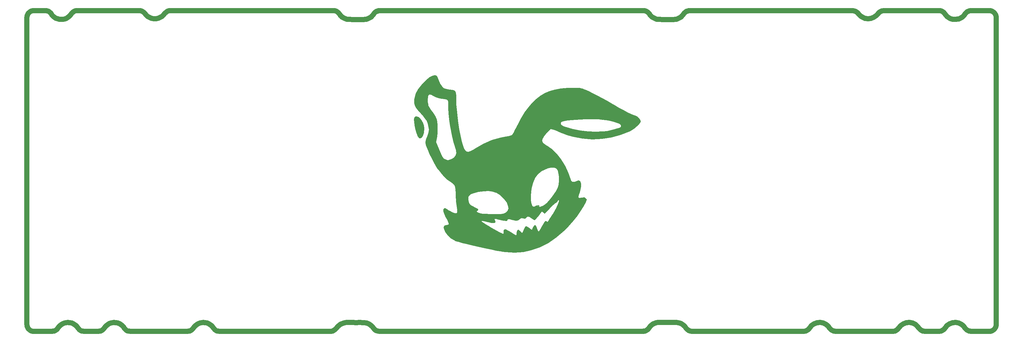
<source format=gbr>
%TF.GenerationSoftware,KiCad,Pcbnew,8.99.0-946-gf00a1ab517*%
%TF.CreationDate,2024-06-06T17:05:11+07:00*%
%TF.ProjectId,Sebas_nuxros,53656261-735f-46e7-9578-726f732e6b69,rev?*%
%TF.SameCoordinates,Original*%
%TF.FileFunction,Legend,Top*%
%TF.FilePolarity,Positive*%
%FSLAX46Y46*%
G04 Gerber Fmt 4.6, Leading zero omitted, Abs format (unit mm)*
G04 Created by KiCad (PCBNEW 8.99.0-946-gf00a1ab517) date 2024-06-06 17:05:11*
%MOMM*%
%LPD*%
G01*
G04 APERTURE LIST*
%ADD10C,1.500000*%
%ADD11C,0.300000*%
%ADD12C,0.000000*%
G04 APERTURE END LIST*
D10*
X197936758Y-118065930D02*
X197936758Y-118065914D01*
X183730492Y-118080001D02*
X183730492Y-118052607D01*
X279889645Y-118080001D02*
X285310006Y-118080001D01*
X266296984Y-118080001D02*
X270577395Y-118080001D01*
X279602214Y-118059241D02*
X279889645Y-118080001D01*
X279320750Y-117997386D02*
X279602214Y-118059241D01*
X278684059Y-117669278D02*
X279320750Y-117997386D01*
X278196508Y-117144562D02*
X278684059Y-117669278D01*
X277736884Y-116561491D02*
X278196508Y-117144562D01*
X277164612Y-116088488D02*
X277736884Y-116561491D01*
X276328937Y-115688580D02*
X277164612Y-116088488D01*
X275419394Y-115512482D02*
X276328937Y-115688580D01*
X274496303Y-115591117D02*
X275419394Y-115512482D01*
X273622926Y-115900134D02*
X274496303Y-115591117D01*
X272866935Y-116435632D02*
X273622926Y-115900134D01*
X272377685Y-116992683D02*
X272866935Y-116435632D01*
X271897789Y-117582206D02*
X272377685Y-116992683D01*
X271146294Y-117997396D02*
X271897789Y-117582206D01*
X270577395Y-118080001D02*
X271146294Y-117997396D01*
X266009553Y-118059241D02*
X266296984Y-118080001D01*
X265728089Y-117997386D02*
X266009553Y-118059241D01*
X265091398Y-117669278D02*
X265728089Y-117997386D01*
X264603847Y-117144562D02*
X265091398Y-117669278D01*
X264144223Y-116561491D02*
X264603847Y-117144562D01*
X263571951Y-116088488D02*
X264144223Y-116561491D01*
X262736276Y-115688580D02*
X263571951Y-116088488D01*
X261826733Y-115512482D02*
X262736276Y-115688580D01*
X260903642Y-115591117D02*
X261826733Y-115512482D01*
X260030265Y-115900134D02*
X260903642Y-115591117D01*
X259274274Y-116435632D02*
X260030265Y-115900134D01*
X258785024Y-116992683D02*
X259274274Y-116435632D01*
X258305128Y-117582206D02*
X258785024Y-116992683D01*
X257553633Y-117997396D02*
X258305128Y-117582206D01*
X256984734Y-118080001D02*
X257553633Y-117997396D01*
X239817053Y-118059241D02*
X240104484Y-118080001D01*
X239535589Y-117997386D02*
X239817053Y-118059241D01*
X238898898Y-117669278D02*
X239535589Y-117997386D01*
X238411347Y-117144562D02*
X238898898Y-117669278D01*
X237951723Y-116561491D02*
X238411347Y-117144562D01*
X237379451Y-116088488D02*
X237951723Y-116561491D01*
X236543776Y-115688580D02*
X237379451Y-116088488D01*
X235634233Y-115512482D02*
X236543776Y-115688580D01*
X234711142Y-115591118D02*
X235634233Y-115512482D01*
X233837765Y-115900134D02*
X234711142Y-115591118D01*
X233081774Y-116435632D02*
X233837765Y-115900134D01*
X232592524Y-116992684D02*
X233081774Y-116435632D01*
X232112628Y-117582206D02*
X232592524Y-116992684D01*
X231361133Y-117997396D02*
X232112628Y-117582206D01*
X230792234Y-118080001D02*
X231361133Y-117997396D01*
X197919300Y-118063506D02*
X197936758Y-118065930D01*
X197491148Y-118011784D02*
X197919300Y-118063506D01*
X196954652Y-117809523D02*
X197491148Y-118011784D01*
X196497845Y-117463021D02*
X196954652Y-117809523D01*
X196226175Y-117128085D02*
X196497845Y-117463021D01*
X195868241Y-116661905D02*
X196226175Y-117128085D01*
X195284832Y-116140753D02*
X195868241Y-116661905D01*
X194781368Y-115837504D02*
X195284832Y-116140753D01*
X194230321Y-115633093D02*
X194781368Y-115837504D01*
X191887180Y-115491084D02*
X193439088Y-115499402D01*
X194230321Y-115633093D01*
X188289808Y-115491048D02*
X189859862Y-115484388D01*
X191434220Y-115496265D01*
X191887180Y-115491084D01*
X187898044Y-115513038D02*
X188289808Y-115491048D01*
X187511203Y-115578739D02*
X187898044Y-115513038D01*
X186599893Y-115932318D02*
X187511203Y-115578739D01*
X185815489Y-116515599D02*
X186599893Y-115932318D01*
X185326819Y-117128067D02*
X185815489Y-116515599D01*
X184954058Y-117565688D02*
X185326819Y-117128067D01*
X184202572Y-117980877D02*
X184954058Y-117565688D01*
X183730492Y-118052607D02*
X184202572Y-117980877D01*
X106092762Y-118090900D02*
X106189571Y-118080001D01*
X105664610Y-118039178D02*
X106092762Y-118090900D01*
X105128114Y-117836917D02*
X105664610Y-118039178D01*
X104671307Y-117490415D02*
X105128114Y-117836917D01*
X104399637Y-117155479D02*
X104671307Y-117490415D01*
X104041703Y-116689299D02*
X104399637Y-117155479D01*
X103458294Y-116168147D02*
X104041703Y-116689299D01*
X102954830Y-115864898D02*
X103458294Y-116168147D01*
X102403783Y-115660487D02*
X102954830Y-115864898D01*
X100060642Y-115518479D02*
X101612550Y-115526800D01*
X102403783Y-115660487D01*
X96463270Y-115518442D02*
X98033324Y-115511781D01*
X99607682Y-115523659D01*
X100060642Y-115518479D01*
X96071506Y-115540432D02*
X96463270Y-115518442D01*
X95684665Y-115606133D02*
X96071506Y-115540432D01*
X94773355Y-115959712D02*
X95684665Y-115606133D01*
X93988951Y-116542993D02*
X94773355Y-115959712D01*
X93500281Y-117155461D02*
X93988951Y-116542993D01*
X93127520Y-117593082D02*
X93500281Y-117155461D01*
X92376034Y-118008271D02*
X93127520Y-117593082D01*
X91903954Y-118080001D02*
X92376034Y-118008271D01*
X279711313Y-23893079D02*
X279892370Y-23880001D01*
X279323235Y-23962670D02*
X279711313Y-23893079D01*
X278801159Y-24203886D02*
X279323235Y-23962670D01*
X278470414Y-24480946D02*
X278801159Y-24203886D01*
X278198782Y-24816160D02*
X278470414Y-24480946D01*
X277905145Y-25195340D02*
X278198782Y-24816160D01*
X277667791Y-25465783D02*
X277905145Y-25195340D01*
X277373212Y-25737016D02*
X277667791Y-25465783D01*
X276846221Y-26061523D02*
X277373212Y-25737016D01*
X276265745Y-26294752D02*
X276846221Y-26061523D01*
X275912648Y-26363534D02*
X276265745Y-26294752D01*
X275605856Y-26429764D02*
X275912648Y-26363534D01*
X275151680Y-26429764D02*
X275605856Y-26429764D01*
X274864148Y-26429764D02*
X275151680Y-26429764D01*
X274528888Y-26370794D02*
X274864148Y-26429764D01*
X274256406Y-26311971D02*
X274528888Y-26370794D01*
X273962565Y-26214945D02*
X274256406Y-26311971D01*
X273623782Y-26061522D02*
X273962565Y-26214945D01*
X273303191Y-25873018D02*
X273623782Y-26061522D01*
X273064070Y-25695779D02*
X273303191Y-25873018D01*
X272867614Y-25525605D02*
X273064070Y-25695779D01*
X272688657Y-25338177D02*
X272867614Y-25525605D01*
X272420340Y-25032455D02*
X272688657Y-25338177D01*
X272328597Y-24902309D02*
X272420340Y-25032455D01*
X272185943Y-24699941D02*
X272328597Y-24902309D01*
X271999566Y-24480971D02*
X272185943Y-24699941D01*
X271668821Y-24203921D02*
X271999566Y-24480971D01*
X271416504Y-24064449D02*
X271668821Y-24203921D01*
X271146756Y-23962702D02*
X271416504Y-24064449D01*
X270865182Y-23900793D02*
X271146756Y-23962702D01*
X270577633Y-23880001D02*
X270865182Y-23900793D01*
X253718178Y-23955920D02*
X254263996Y-23880001D01*
X253213799Y-24177916D02*
X253718178Y-23955920D01*
X252889236Y-24433982D02*
X253213799Y-24177916D01*
X252502260Y-24894076D02*
X252889236Y-24433982D01*
X252127095Y-25314333D02*
X252502260Y-24894076D01*
X251360492Y-25853271D02*
X252127095Y-25314333D01*
X250481739Y-26178732D02*
X251360492Y-25853271D01*
X249735059Y-26259307D02*
X250481739Y-26178732D01*
X248807103Y-26128809D02*
X249735059Y-26259307D01*
X248109626Y-25853270D02*
X248807103Y-26128809D01*
X247486988Y-25435278D02*
X248109626Y-25853270D01*
X246967857Y-24894076D02*
X247486988Y-25435278D01*
X246580875Y-24433992D02*
X246967857Y-24894076D01*
X246368550Y-24258387D02*
X246580875Y-24433992D01*
X245881870Y-24002711D02*
X246368550Y-24258387D01*
X245206122Y-23880001D02*
X245881870Y-24002711D01*
X184013603Y-23900756D02*
X183725975Y-23880001D01*
X184565064Y-24064496D02*
X184013603Y-23900756D01*
X184817430Y-24204044D02*
X184565064Y-24064496D01*
X184932267Y-24291240D02*
X184817430Y-24204044D01*
X185148205Y-24481240D02*
X184932267Y-24291240D01*
X185337395Y-24700322D02*
X185148205Y-24481240D01*
X185419839Y-24816599D02*
X185337395Y-24700322D01*
X185533391Y-24976750D02*
X185419839Y-24816599D01*
X185646944Y-25136901D02*
X185533391Y-24976750D01*
X185777714Y-25283331D02*
X185646944Y-25136901D01*
X185908484Y-25429761D02*
X185777714Y-25283331D01*
X186054832Y-25560622D02*
X185908484Y-25429761D01*
X186201180Y-25691483D02*
X186054832Y-25560622D01*
X186382404Y-25820135D02*
X186201180Y-25691483D01*
X186521350Y-25918773D02*
X186382404Y-25820135D01*
X186693157Y-26013772D02*
X186521350Y-25918773D01*
X186864964Y-26108771D02*
X186693157Y-26013772D01*
X187046330Y-26183928D02*
X186864964Y-26108771D01*
X187274281Y-26265328D02*
X187046330Y-26183928D01*
X187442091Y-26313694D02*
X187274281Y-26265328D01*
X187665742Y-26378153D02*
X187442091Y-26313694D01*
X187798529Y-26400723D02*
X187665742Y-26378153D01*
X187854861Y-26410298D02*
X187798529Y-26400723D01*
X187992076Y-26433621D02*
X187854861Y-26410298D01*
X188188089Y-26444633D02*
X187992076Y-26433621D01*
X192584102Y-26455645D02*
X191074263Y-26481976D01*
X189563525Y-26470990D01*
X188188089Y-26444633D01*
X192976127Y-26433629D02*
X192584102Y-26455645D01*
X193363218Y-26367825D02*
X192976127Y-26433629D01*
X193551860Y-26313452D02*
X193363218Y-26367825D01*
X193740503Y-26259080D02*
X193551860Y-26313452D01*
X193921869Y-26183922D02*
X193740503Y-26259080D01*
X194103235Y-26108763D02*
X193921869Y-26183922D01*
X194275042Y-26013763D02*
X194103235Y-26108763D01*
X194446848Y-25918764D02*
X194275042Y-26013763D01*
X194606934Y-25805120D02*
X194446848Y-25918764D01*
X194767019Y-25691476D02*
X194606934Y-25805120D01*
X195059719Y-25429758D02*
X194767019Y-25691476D01*
X195321265Y-25136904D02*
X195059719Y-25429758D01*
X195548364Y-24816599D02*
X195321265Y-25136904D01*
X195718916Y-24584067D02*
X195548364Y-24816599D01*
X195921124Y-24378469D02*
X195718916Y-24584067D01*
X196150797Y-24204086D02*
X195921124Y-24378469D01*
X196276978Y-24134315D02*
X196150797Y-24204086D01*
X196403159Y-24064544D02*
X196276978Y-24134315D01*
X196538062Y-24013643D02*
X196403159Y-24064544D01*
X196813786Y-23931771D02*
X196538062Y-24013643D01*
X196954606Y-23900799D02*
X196813786Y-23931771D01*
X197242228Y-23880001D02*
X196954606Y-23900799D01*
X92971656Y-23900756D02*
X92684028Y-23880001D01*
X93523117Y-24064496D02*
X92971656Y-23900756D01*
X93775483Y-24204044D02*
X93523117Y-24064496D01*
X93890320Y-24291239D02*
X93775483Y-24204044D01*
X94106258Y-24481240D02*
X93890320Y-24291239D01*
X94295448Y-24700322D02*
X94106258Y-24481240D01*
X94377892Y-24816599D02*
X94295448Y-24700322D01*
X94491445Y-24976750D02*
X94377892Y-24816599D01*
X94604997Y-25136901D02*
X94491445Y-24976750D01*
X94735767Y-25283331D02*
X94604997Y-25136901D01*
X94866537Y-25429761D02*
X94735767Y-25283331D01*
X95012885Y-25560622D02*
X94866537Y-25429761D01*
X95159233Y-25691483D02*
X95012885Y-25560622D01*
X95340457Y-25820135D02*
X95159233Y-25691483D01*
X95479403Y-25918773D02*
X95340457Y-25820135D01*
X95651210Y-26013772D02*
X95479403Y-25918773D01*
X95823017Y-26108771D02*
X95651210Y-26013772D01*
X96004383Y-26183928D02*
X95823017Y-26108771D01*
X96232335Y-26265328D02*
X96004383Y-26183928D01*
X96400144Y-26313694D02*
X96232335Y-26265328D01*
X96623795Y-26378153D02*
X96400144Y-26313694D01*
X96756583Y-26400723D02*
X96623795Y-26378153D01*
X96812915Y-26410298D02*
X96756583Y-26400723D01*
X96950129Y-26433621D02*
X96812915Y-26410298D01*
X97146142Y-26444633D02*
X96950129Y-26433621D01*
X101542155Y-26455645D02*
X100032317Y-26481976D01*
X98521578Y-26470990D01*
X97146142Y-26444633D01*
X101934180Y-26433629D02*
X101542155Y-26455645D01*
X102321271Y-26367825D02*
X101934180Y-26433629D01*
X102509914Y-26313452D02*
X102321271Y-26367825D01*
X102698556Y-26259080D02*
X102509914Y-26313452D01*
X102879922Y-26183922D02*
X102698556Y-26259080D01*
X103061288Y-26108763D02*
X102879922Y-26183922D01*
X103233095Y-26013763D02*
X103061288Y-26108763D01*
X103404901Y-25918764D02*
X103233095Y-26013763D01*
X103564987Y-25805120D02*
X103404901Y-25918764D01*
X103725072Y-25691476D02*
X103564987Y-25805120D01*
X104017772Y-25429758D02*
X103725072Y-25691476D01*
X104279318Y-25136904D02*
X104017772Y-25429758D01*
X104506417Y-24816599D02*
X104279318Y-25136904D01*
X104676969Y-24584067D02*
X104506417Y-24816599D01*
X104879177Y-24378469D02*
X104676969Y-24584067D01*
X105108850Y-24204086D02*
X104879177Y-24378469D01*
X105235031Y-24134315D02*
X105108850Y-24204086D01*
X105361212Y-24064544D02*
X105235031Y-24134315D01*
X105496115Y-24013643D02*
X105361212Y-24064544D01*
X105771839Y-23931771D02*
X105496115Y-24013643D01*
X105912659Y-23900799D02*
X105771839Y-23931771D01*
X106200281Y-23880001D02*
X105912659Y-23900799D01*
X8340272Y-23900775D02*
X8030118Y-23880001D01*
X8621735Y-23962628D02*
X8340272Y-23900775D01*
X8891387Y-24064289D02*
X8621735Y-23962628D01*
X9143629Y-24203648D02*
X8891387Y-24064289D01*
X9373225Y-24377811D02*
X9143629Y-24203648D01*
X9575407Y-24583163D02*
X9373225Y-24377811D01*
X9745978Y-24815440D02*
X9575407Y-24583163D01*
X9960285Y-25119198D02*
X9745978Y-24815440D01*
X10342381Y-25524370D02*
X9960285Y-25119198D01*
X10702133Y-25794780D02*
X10342381Y-25524370D01*
X11043406Y-26047590D02*
X10702133Y-25794780D01*
X11613549Y-26271422D02*
X11043406Y-26047590D01*
X12153442Y-26408091D02*
X11613549Y-26271422D01*
X12455540Y-26420488D02*
X12153442Y-26408091D01*
X12708966Y-26447520D02*
X12455540Y-26420488D01*
X13264491Y-26408091D02*
X12708966Y-26447520D01*
X13670934Y-26315466D02*
X13264491Y-26408091D01*
X14150226Y-26136516D02*
X13670934Y-26315466D01*
X14432633Y-25965691D02*
X14150226Y-26136516D01*
X14789415Y-25760872D02*
X14432633Y-25965691D01*
X15212330Y-25398511D02*
X14789415Y-25760872D01*
X15564801Y-24967319D02*
X15212330Y-25398511D01*
X15811763Y-24660046D02*
X15564801Y-24967319D01*
X15943624Y-24480493D02*
X15811763Y-24660046D01*
X16400431Y-24133976D02*
X15943624Y-24480493D01*
X16735208Y-23976035D02*
X16400431Y-24133976D01*
X17077662Y-23900771D02*
X16735208Y-23976035D01*
X17342367Y-23880001D02*
X17077662Y-23900771D01*
X19032555Y-118059227D02*
X19342709Y-118080001D01*
X18751092Y-117997374D02*
X19032555Y-118059227D01*
X18481440Y-117895713D02*
X18751092Y-117997374D01*
X18229198Y-117756354D02*
X18481440Y-117895713D01*
X17999602Y-117582191D02*
X18229198Y-117756354D01*
X17797420Y-117376839D02*
X17999602Y-117582191D01*
X17626849Y-117144562D02*
X17797420Y-117376839D01*
X17412542Y-116840804D02*
X17626849Y-117144562D01*
X17030446Y-116435632D02*
X17412542Y-116840804D01*
X16670694Y-116165222D02*
X17030446Y-116435632D01*
X16329421Y-115912412D02*
X16670694Y-116165222D01*
X15759278Y-115688580D02*
X16329421Y-115912412D01*
X15219385Y-115551911D02*
X15759278Y-115688580D01*
X14917287Y-115539514D02*
X15219385Y-115551911D01*
X14663861Y-115512482D02*
X14917287Y-115539514D01*
X14108336Y-115551911D02*
X14663861Y-115512482D01*
X13701893Y-115644536D02*
X14108336Y-115551911D01*
X13222601Y-115823486D02*
X13701893Y-115644536D01*
X12940194Y-115994311D02*
X13222601Y-115823486D01*
X12583412Y-116199130D02*
X12940194Y-115994311D01*
X12160497Y-116561491D02*
X12583412Y-116199130D01*
X11808026Y-116992683D02*
X12160497Y-116561491D01*
X11561064Y-117299956D02*
X11808026Y-116992683D01*
X11429203Y-117479508D02*
X11561064Y-117299956D01*
X10972396Y-117826026D02*
X11429203Y-117479508D01*
X10637619Y-117983967D02*
X10972396Y-117826026D01*
X10295165Y-118059231D02*
X10637619Y-117983967D01*
X10030460Y-118080001D02*
X10295165Y-118059231D01*
X32625149Y-118059227D02*
X32935303Y-118080001D01*
X32343686Y-117997374D02*
X32625149Y-118059227D01*
X32074034Y-117895713D02*
X32343686Y-117997374D01*
X31821792Y-117756354D02*
X32074034Y-117895713D01*
X31592196Y-117582191D02*
X31821792Y-117756354D01*
X31390014Y-117376839D02*
X31592196Y-117582191D01*
X31219443Y-117144562D02*
X31390014Y-117376839D01*
X31005136Y-116840804D02*
X31219443Y-117144562D01*
X30623040Y-116435631D02*
X31005136Y-116840804D01*
X30263288Y-116165222D02*
X30623040Y-116435631D01*
X29922015Y-115912412D02*
X30263288Y-116165222D01*
X29351872Y-115688580D02*
X29922015Y-115912412D01*
X28811979Y-115551911D02*
X29351872Y-115688580D01*
X28509881Y-115539514D02*
X28811979Y-115551911D01*
X28256455Y-115512482D02*
X28509881Y-115539514D01*
X27700930Y-115551911D02*
X28256455Y-115512482D01*
X27294487Y-115644536D02*
X27700930Y-115551911D01*
X26815195Y-115823486D02*
X27294487Y-115644536D01*
X26532788Y-115994311D02*
X26815195Y-115823486D01*
X26176006Y-116199130D02*
X26532788Y-115994311D01*
X25753091Y-116561491D02*
X26176006Y-116199130D01*
X25400620Y-116992683D02*
X25753091Y-116561491D01*
X25153658Y-117299956D02*
X25400620Y-116992683D01*
X25021797Y-117479508D02*
X25153658Y-117299956D01*
X24564990Y-117826026D02*
X25021797Y-117479508D01*
X24230213Y-117983967D02*
X24564990Y-117826026D01*
X23887759Y-118059231D02*
X24230213Y-117983967D01*
X23623054Y-118080001D02*
X23887759Y-118059231D01*
X58817649Y-118059227D02*
X59127803Y-118080001D01*
X58536186Y-117997374D02*
X58817649Y-118059227D01*
X58266534Y-117895713D02*
X58536186Y-117997374D01*
X58014292Y-117756354D02*
X58266534Y-117895713D01*
X57784696Y-117582191D02*
X58014292Y-117756354D01*
X57582514Y-117376839D02*
X57784696Y-117582191D01*
X57411943Y-117144562D02*
X57582514Y-117376839D01*
X57197636Y-116840804D02*
X57411943Y-117144562D01*
X56815540Y-116435632D02*
X57197636Y-116840804D01*
X56455788Y-116165222D02*
X56815540Y-116435632D01*
X56114515Y-115912412D02*
X56455788Y-116165222D01*
X55544372Y-115688580D02*
X56114515Y-115912412D01*
X55004479Y-115551911D02*
X55544372Y-115688580D01*
X54702381Y-115539514D02*
X55004479Y-115551911D01*
X54448955Y-115512482D02*
X54702381Y-115539514D01*
X53893430Y-115551911D02*
X54448955Y-115512482D01*
X53486987Y-115644536D02*
X53893430Y-115551911D01*
X53007695Y-115823486D02*
X53486987Y-115644536D01*
X52725288Y-115994311D02*
X53007695Y-115823486D01*
X52368506Y-116199130D02*
X52725288Y-115994311D01*
X51945591Y-116561491D02*
X52368506Y-116199130D01*
X51593120Y-116992683D02*
X51945591Y-116561491D01*
X51346158Y-117299956D02*
X51593120Y-116992683D01*
X51214297Y-117479509D02*
X51346158Y-117299956D01*
X50757490Y-117826027D02*
X51214297Y-117479509D01*
X50422713Y-117983967D02*
X50757490Y-117826027D01*
X50080259Y-118059231D02*
X50422713Y-117983967D01*
X49815554Y-118080001D02*
X50080259Y-118059231D01*
X17342367Y-23880001D02*
X28247000Y-23880001D01*
X28247000Y-23880001D02*
X35655699Y-23880001D01*
X35655699Y-23880001D02*
X35931236Y-23899063D01*
X35931236Y-23899063D02*
X36201517Y-23955913D01*
X36201517Y-23955913D02*
X36461389Y-24049458D01*
X36461389Y-24049458D02*
X36705896Y-24177913D01*
X36705896Y-24177913D02*
X36930374Y-24338828D01*
X36930374Y-24338828D02*
X37130543Y-24529134D01*
X37130543Y-24529134D02*
X37302585Y-24745203D01*
X37302585Y-24745203D02*
X37532283Y-25042949D01*
X37532283Y-25042949D02*
X37792600Y-25314333D01*
X37792600Y-25314333D02*
X38080530Y-25556222D01*
X38080530Y-25556222D02*
X38392750Y-25765823D01*
X38392750Y-25765823D02*
X38725655Y-25940717D01*
X38725655Y-25940717D02*
X39075403Y-26078885D01*
X39075403Y-26078885D02*
X39437956Y-26178732D01*
X39437956Y-26178732D02*
X39809128Y-26239105D01*
X39809128Y-26239105D02*
X40184636Y-26259307D01*
X40184636Y-26259307D02*
X40560143Y-26239105D01*
X40560143Y-26239105D02*
X40931316Y-26178732D01*
X40931316Y-26178732D02*
X41293869Y-26078885D01*
X41293869Y-26078885D02*
X41643617Y-25940718D01*
X41643617Y-25940718D02*
X41976522Y-25765824D01*
X41976522Y-25765824D02*
X42288742Y-25556222D01*
X42288742Y-25556222D02*
X42576672Y-25314333D01*
X42576672Y-25314333D02*
X42836988Y-25042949D01*
X42836988Y-25042949D02*
X43066686Y-24745203D01*
X43066686Y-24745203D02*
X43238710Y-24529119D01*
X43238710Y-24529119D02*
X43438880Y-24338811D01*
X43438880Y-24338811D02*
X43663361Y-24177896D01*
X43663361Y-24177896D02*
X43907872Y-24049444D01*
X43907872Y-24049444D02*
X44167748Y-23955904D01*
X44167748Y-23955904D02*
X44438034Y-23899062D01*
X44438034Y-23899062D02*
X44713573Y-23880001D01*
X44713573Y-23880001D02*
X81228744Y-23880001D01*
X81228744Y-23880001D02*
X92684028Y-23880001D01*
X106200281Y-23880001D02*
X147760000Y-23880001D01*
X147760000Y-23880001D02*
X183725975Y-23880001D01*
X197242228Y-23880001D02*
X214578744Y-23880001D01*
X214578744Y-23880001D02*
X245206122Y-23880001D01*
X254263996Y-23880001D02*
X269347494Y-23880001D01*
X269347494Y-23880001D02*
X270577633Y-23880001D01*
X279892370Y-23880001D02*
X285310006Y-23880001D01*
X285310006Y-23880001D02*
X285594637Y-23900337D01*
X285594637Y-23900337D02*
X285873474Y-23960997D01*
X285873474Y-23960997D02*
X286140839Y-24060721D01*
X286140839Y-24060721D02*
X286391291Y-24197480D01*
X286391291Y-24197480D02*
X286619731Y-24368490D01*
X286619731Y-24368490D02*
X286821509Y-24570270D01*
X286821509Y-24570270D02*
X286992516Y-24798712D01*
X286992516Y-24798712D02*
X287129273Y-25049166D01*
X287129273Y-25049166D02*
X287228994Y-25316533D01*
X287228994Y-25316533D02*
X287289650Y-25595370D01*
X287289650Y-25595370D02*
X287310006Y-25880001D01*
X287310006Y-25880001D02*
X287310006Y-116080001D01*
X287310006Y-116080001D02*
X287289641Y-116364630D01*
X287289641Y-116364630D02*
X287228984Y-116643464D01*
X287228984Y-116643464D02*
X287129262Y-116910828D01*
X287129262Y-116910828D02*
X286992505Y-117161279D01*
X286992505Y-117161279D02*
X286821498Y-117389718D01*
X286821498Y-117389718D02*
X286619721Y-117591495D01*
X286619721Y-117591495D02*
X286391283Y-117762503D01*
X286391283Y-117762503D02*
X286140832Y-117899261D01*
X286140832Y-117899261D02*
X285873469Y-117998984D01*
X285873469Y-117998984D02*
X285594635Y-118059642D01*
X285594635Y-118059642D02*
X285310006Y-118080001D01*
X256984734Y-118080001D02*
X254916251Y-118080001D01*
X254916251Y-118080001D02*
X240104484Y-118080001D01*
X230792234Y-118080001D02*
X216784998Y-118080001D01*
X216784998Y-118080001D02*
X197936758Y-118065914D01*
X183730492Y-118080001D02*
X147760006Y-118080001D01*
X147760006Y-118080001D02*
X106189571Y-118080001D01*
X91903954Y-118080001D02*
X78735003Y-118080001D01*
X78735003Y-118080001D02*
X59127803Y-118080001D01*
X49815554Y-118080001D02*
X35765751Y-118080001D01*
X35765751Y-118080001D02*
X32935303Y-118080001D01*
X23623054Y-118080001D02*
X19342709Y-118080001D01*
X10030460Y-118080001D02*
X4609994Y-118080001D01*
X4609994Y-118080001D02*
X4325365Y-118059633D01*
X4325365Y-118059633D02*
X4046530Y-117998977D01*
X4046530Y-117998977D02*
X3779166Y-117899256D01*
X3779166Y-117899256D02*
X3528715Y-117762500D01*
X3528715Y-117762500D02*
X3300275Y-117591493D01*
X3300275Y-117591493D02*
X3098498Y-117389717D01*
X3098498Y-117389717D02*
X2927490Y-117161278D01*
X2927490Y-117161278D02*
X2790732Y-116910828D01*
X2790732Y-116910828D02*
X2691010Y-116643464D01*
X2691010Y-116643464D02*
X2630352Y-116364630D01*
X2630352Y-116364630D02*
X2609994Y-116080001D01*
X2609994Y-116080001D02*
X2609994Y-25880001D01*
X2609994Y-25880001D02*
X2630355Y-25595371D01*
X2630355Y-25595371D02*
X2691011Y-25316536D01*
X2691011Y-25316536D02*
X2790732Y-25049171D01*
X2790732Y-25049171D02*
X2927489Y-24798719D01*
X2927489Y-24798719D02*
X3098496Y-24570279D01*
X3098496Y-24570279D02*
X3300273Y-24368501D01*
X3300273Y-24368501D02*
X3528713Y-24197493D01*
X3528713Y-24197493D02*
X3779164Y-24060736D01*
X3779164Y-24060736D02*
X4046529Y-23961014D01*
X4046529Y-23961014D02*
X4325364Y-23900358D01*
X4325364Y-23900358D02*
X4609994Y-23880001D01*
X4609994Y-23880001D02*
X8030118Y-23880001D01*
D11*
X146568572Y-68679757D02*
X146425715Y-68608328D01*
X146425715Y-68608328D02*
X146211429Y-68608328D01*
X146211429Y-68608328D02*
X145997143Y-68679757D01*
X145997143Y-68679757D02*
X145854286Y-68822614D01*
X145854286Y-68822614D02*
X145782857Y-68965471D01*
X145782857Y-68965471D02*
X145711429Y-69251185D01*
X145711429Y-69251185D02*
X145711429Y-69465471D01*
X145711429Y-69465471D02*
X145782857Y-69751185D01*
X145782857Y-69751185D02*
X145854286Y-69894042D01*
X145854286Y-69894042D02*
X145997143Y-70036900D01*
X145997143Y-70036900D02*
X146211429Y-70108328D01*
X146211429Y-70108328D02*
X146354286Y-70108328D01*
X146354286Y-70108328D02*
X146568572Y-70036900D01*
X146568572Y-70036900D02*
X146640000Y-69965471D01*
X146640000Y-69965471D02*
X146640000Y-69465471D01*
X146640000Y-69465471D02*
X146354286Y-69465471D01*
X147497143Y-68608328D02*
X147497143Y-68965471D01*
X147140000Y-68822614D02*
X147497143Y-68965471D01*
X147497143Y-68965471D02*
X147854286Y-68822614D01*
X147282857Y-69251185D02*
X147497143Y-68965471D01*
X147497143Y-68965471D02*
X147711429Y-69251185D01*
X148640000Y-68608328D02*
X148640000Y-68965471D01*
X148282857Y-68822614D02*
X148640000Y-68965471D01*
X148640000Y-68965471D02*
X148997143Y-68822614D01*
X148425714Y-69251185D02*
X148640000Y-68965471D01*
X148640000Y-68965471D02*
X148854286Y-69251185D01*
X149782857Y-68608328D02*
X149782857Y-68965471D01*
X149425714Y-68822614D02*
X149782857Y-68965471D01*
X149782857Y-68965471D02*
X150140000Y-68822614D01*
X149568571Y-69251185D02*
X149782857Y-68965471D01*
X149782857Y-68965471D02*
X149997143Y-69251185D01*
D12*
%TO.C,G\u002A\u002A\u002A*%
G36*
X117650335Y-55145113D02*
G01*
X118135186Y-55573947D01*
X118587638Y-56163280D01*
X118969077Y-56869834D01*
X119240891Y-57650327D01*
X119364465Y-58461480D01*
X119367928Y-58595035D01*
X119266322Y-59641582D01*
X118969528Y-60559584D01*
X118614336Y-61126154D01*
X118229069Y-61407401D01*
X117835616Y-61335328D01*
X117622728Y-61162528D01*
X117381403Y-60778118D01*
X117129960Y-60139156D01*
X116884947Y-59324795D01*
X116662914Y-58414191D01*
X116480408Y-57486495D01*
X116353978Y-56620863D01*
X116300174Y-55896448D01*
X116335544Y-55392405D01*
X116387515Y-55254409D01*
X116737886Y-54942064D01*
X117171697Y-54920059D01*
X117650335Y-55145113D01*
G37*
G36*
X122879801Y-42938153D02*
G01*
X123057140Y-43097482D01*
X123257359Y-43448537D01*
X123465244Y-43990316D01*
X123555028Y-44296433D01*
X123954674Y-45317294D01*
X124552211Y-46169581D01*
X125110901Y-46651590D01*
X125566414Y-46838279D01*
X126256689Y-46988994D01*
X126857541Y-47061547D01*
X127654906Y-47150098D01*
X128183262Y-47303583D01*
X128497516Y-47586903D01*
X128652571Y-48064963D01*
X128703335Y-48802664D01*
X128706783Y-49247498D01*
X128770513Y-51393435D01*
X128952231Y-53756141D01*
X129237731Y-56222654D01*
X129612805Y-58680012D01*
X130063245Y-61015252D01*
X130335262Y-62195676D01*
X130669839Y-63445302D01*
X130997947Y-64362026D01*
X131356149Y-64965576D01*
X131781007Y-65275678D01*
X132309084Y-65312060D01*
X132976941Y-65094448D01*
X133821141Y-64642571D01*
X134311298Y-64340949D01*
X136727100Y-62979471D01*
X139167825Y-61924720D01*
X141595038Y-61191634D01*
X143197784Y-60887399D01*
X143918437Y-60761428D01*
X144541664Y-60611620D01*
X144950064Y-60466998D01*
X144991180Y-60444083D01*
X145212229Y-60194574D01*
X145542751Y-59679085D01*
X145948359Y-58956445D01*
X146394664Y-58085487D01*
X146517677Y-57832543D01*
X146853045Y-57185380D01*
X159464822Y-57185380D01*
X159550546Y-57405983D01*
X159778882Y-57602449D01*
X160213941Y-57812875D01*
X160919835Y-58075357D01*
X161022672Y-58111085D01*
X163017558Y-58685173D01*
X165194226Y-59108039D01*
X167449154Y-59370046D01*
X169678820Y-59461557D01*
X171779703Y-59372935D01*
X172971534Y-59223405D01*
X174060547Y-59019849D01*
X175066441Y-58785389D01*
X175930243Y-58537976D01*
X176592978Y-58295562D01*
X176995673Y-58076097D01*
X177085109Y-57971254D01*
X177117402Y-57571674D01*
X177085288Y-57443057D01*
X176848301Y-57232429D01*
X176324875Y-56988546D01*
X175580036Y-56729814D01*
X174678812Y-56474643D01*
X173686233Y-56241437D01*
X172667325Y-56048605D01*
X171687118Y-55914554D01*
X171684465Y-55914275D01*
X170586331Y-55829040D01*
X169335446Y-55781846D01*
X167982617Y-55769831D01*
X166578648Y-55790132D01*
X165174345Y-55839886D01*
X163820513Y-55916231D01*
X162567959Y-56016302D01*
X161467487Y-56137237D01*
X160569903Y-56276174D01*
X159926012Y-56430249D01*
X159587242Y-56595975D01*
X159466111Y-56901881D01*
X159464822Y-57185380D01*
X146853045Y-57185380D01*
X147694186Y-55562220D01*
X148888927Y-53614346D01*
X150123304Y-51956142D01*
X150987749Y-50986114D01*
X152237277Y-49783937D01*
X153475261Y-48810999D01*
X154758299Y-48044824D01*
X156142985Y-47462939D01*
X157685918Y-47042869D01*
X159443694Y-46762139D01*
X161472910Y-46598277D01*
X162109256Y-46569825D01*
X163188477Y-46532963D01*
X163992038Y-46521057D01*
X164599006Y-46539909D01*
X165088449Y-46595320D01*
X165539434Y-46693090D01*
X166031029Y-46839020D01*
X166105760Y-46863030D01*
X166798715Y-47130189D01*
X167745627Y-47559697D01*
X168898624Y-48126561D01*
X170209836Y-48805783D01*
X171631392Y-49572367D01*
X173115419Y-50401318D01*
X174614048Y-51267641D01*
X175155035Y-51588101D01*
X176508287Y-52373509D01*
X177823631Y-53096263D01*
X179044077Y-53727450D01*
X180112637Y-54238158D01*
X180972322Y-54599474D01*
X181337396Y-54724623D01*
X181985880Y-55046368D01*
X182512164Y-55539566D01*
X182828654Y-56107711D01*
X182881608Y-56425981D01*
X182735739Y-56838374D01*
X182339732Y-57362375D01*
X181755988Y-57940716D01*
X181046906Y-58516131D01*
X180274887Y-59031353D01*
X179713086Y-59333851D01*
X177111354Y-60383955D01*
X174375140Y-61127163D01*
X171553804Y-61560550D01*
X168696707Y-61681194D01*
X165853207Y-61486174D01*
X163072666Y-60972567D01*
X161211678Y-60429226D01*
X160391302Y-60128092D01*
X159437138Y-59744200D01*
X158533805Y-59352318D01*
X158393411Y-59287888D01*
X157524648Y-58919653D01*
X156879194Y-58720454D01*
X156511202Y-58698082D01*
X156128291Y-58922104D01*
X155629511Y-59401143D01*
X155067067Y-60077248D01*
X154493164Y-60892467D01*
X154392053Y-61050492D01*
X154056179Y-61666711D01*
X153949942Y-62153082D01*
X154097901Y-62572991D01*
X154524615Y-62989824D01*
X155254643Y-63466968D01*
X155350140Y-63523292D01*
X156905575Y-64606482D01*
X158293358Y-65946876D01*
X159455617Y-67434668D01*
X160065144Y-68398610D01*
X160700575Y-69544926D01*
X161306891Y-70761888D01*
X161829073Y-71937763D01*
X162212101Y-72960821D01*
X162272379Y-73154798D01*
X162461980Y-73723053D01*
X162643888Y-74030607D01*
X162883431Y-74164418D01*
X163053322Y-74194304D01*
X163568115Y-74138722D01*
X163993036Y-73957220D01*
X164531381Y-73728824D01*
X164948392Y-73802096D01*
X165236555Y-74142190D01*
X165388357Y-74714255D01*
X165396282Y-75483444D01*
X165252817Y-76414908D01*
X164950449Y-77473799D01*
X164825315Y-77817155D01*
X164635475Y-78436411D01*
X164667071Y-78791594D01*
X164946435Y-78915503D01*
X165499896Y-78840935D01*
X165623091Y-78810892D01*
X166126272Y-78707046D01*
X166438067Y-78739141D01*
X166703751Y-78929715D01*
X166763081Y-78987774D01*
X166981540Y-79227701D01*
X167044584Y-79438630D01*
X166955639Y-79749208D01*
X166793237Y-80120495D01*
X166135008Y-81387888D01*
X165246944Y-82802184D01*
X164181374Y-84294453D01*
X162990623Y-85795765D01*
X161727020Y-87237190D01*
X160442891Y-88549797D01*
X160268417Y-88715628D01*
X158028802Y-90625158D01*
X155735133Y-92185048D01*
X153379887Y-93397840D01*
X150955545Y-94266080D01*
X148454583Y-94792310D01*
X145869481Y-94979074D01*
X143192716Y-94828916D01*
X142472517Y-94733780D01*
X141508951Y-94575999D01*
X140339397Y-94359160D01*
X139013823Y-94094779D01*
X137582196Y-93794372D01*
X136094485Y-93469454D01*
X134600657Y-93131541D01*
X133150679Y-92792149D01*
X131794520Y-92462793D01*
X130582147Y-92154988D01*
X129563529Y-91880252D01*
X128788632Y-91650099D01*
X128307425Y-91476045D01*
X128278079Y-91462501D01*
X127210802Y-90809165D01*
X126274498Y-89960825D01*
X125553377Y-89003325D01*
X125241451Y-88367063D01*
X125047925Y-87679116D01*
X125101068Y-87223182D01*
X125416062Y-86961812D01*
X125848517Y-86869385D01*
X126271081Y-86760543D01*
X126509073Y-86574987D01*
X126512579Y-86566658D01*
X126474265Y-86298725D01*
X126282468Y-85835489D01*
X126171412Y-85631091D01*
X136143370Y-85631091D01*
X136182071Y-85750357D01*
X136460660Y-86003593D01*
X136907258Y-86327936D01*
X137461583Y-86683046D01*
X138185859Y-87122920D01*
X139012314Y-87609116D01*
X139873175Y-88103191D01*
X140700672Y-88566704D01*
X141427031Y-88961212D01*
X141984482Y-89248273D01*
X142303713Y-89388967D01*
X142541769Y-89426282D01*
X142622029Y-89275336D01*
X142595329Y-88882126D01*
X142640733Y-88369721D01*
X142885933Y-88102394D01*
X143277158Y-88124053D01*
X143428564Y-88201745D01*
X143727202Y-88375468D01*
X144226674Y-88655918D01*
X144781608Y-88961940D01*
X145345738Y-89279263D01*
X145790741Y-89545791D01*
X146016084Y-89700624D01*
X146284182Y-89848620D01*
X146431540Y-89673481D01*
X146469021Y-89268844D01*
X146538456Y-88756684D01*
X146702518Y-88361788D01*
X146868442Y-88182925D01*
X147040007Y-88200644D01*
X147314054Y-88444791D01*
X147456836Y-88594273D01*
X147803586Y-88934179D01*
X148052041Y-89128475D01*
X148099038Y-89146084D01*
X148221919Y-88994010D01*
X148412257Y-88601423D01*
X148567809Y-88213566D01*
X148812201Y-87678738D01*
X149064094Y-87317693D01*
X149203832Y-87223247D01*
X149502462Y-87293482D01*
X149940313Y-87536940D01*
X150193028Y-87720303D01*
X150893592Y-88275160D01*
X151260441Y-87556076D01*
X151574844Y-87048535D01*
X151848189Y-86868607D01*
X152099467Y-87023541D01*
X152347671Y-87520582D01*
X152517953Y-88035944D01*
X152682907Y-88491294D01*
X152837840Y-88760052D01*
X152888230Y-88790839D01*
X153033898Y-88644872D01*
X153291115Y-88257160D01*
X153611141Y-87702982D01*
X153703821Y-87531142D01*
X154178215Y-86663076D01*
X154533211Y-86082169D01*
X154798126Y-85752961D01*
X155002274Y-85639991D01*
X155174971Y-85707799D01*
X155195434Y-85726853D01*
X155460949Y-85922000D01*
X155658815Y-85841651D01*
X155869298Y-85460419D01*
X156097454Y-85055565D01*
X156460754Y-84510164D01*
X156782283Y-84072153D01*
X157183881Y-83483287D01*
X157611699Y-82747177D01*
X158028611Y-81942495D01*
X158397492Y-81147911D01*
X158681215Y-80442097D01*
X158842655Y-79903722D01*
X158862395Y-79664351D01*
X158805150Y-79455374D01*
X158701644Y-79509140D01*
X158499204Y-79854328D01*
X158493294Y-79865315D01*
X158212115Y-80245558D01*
X157920996Y-80435685D01*
X157876697Y-80440739D01*
X157641635Y-80564374D01*
X157229857Y-80902136D01*
X156699949Y-81402007D01*
X156126287Y-81994935D01*
X154682155Y-83550979D01*
X154285901Y-83195734D01*
X153889648Y-82840489D01*
X153598565Y-83248522D01*
X152924288Y-84164530D01*
X152378324Y-84845300D01*
X151979933Y-85268313D01*
X151749156Y-85411072D01*
X151488610Y-85307566D01*
X151072222Y-85050081D01*
X150833533Y-84878205D01*
X150221822Y-84485835D01*
X149763826Y-84375739D01*
X149403806Y-84543262D01*
X149232561Y-84744587D01*
X149006907Y-84999845D01*
X148750870Y-85038772D01*
X148386753Y-84923886D01*
X147972811Y-84805683D01*
X147676662Y-84880736D01*
X147355383Y-85151256D01*
X147006345Y-85425305D01*
X146625609Y-85557411D01*
X146126201Y-85553490D01*
X145421146Y-85419457D01*
X144989892Y-85312135D01*
X144421513Y-85188243D01*
X144009431Y-85142507D01*
X143851226Y-85178918D01*
X143723066Y-85475381D01*
X143547720Y-85642873D01*
X143253536Y-85690806D01*
X142768860Y-85628592D01*
X142022039Y-85465643D01*
X141894895Y-85435893D01*
X141025379Y-85234808D01*
X140450772Y-85116373D01*
X140120697Y-85079715D01*
X139984775Y-85123966D01*
X139992628Y-85248254D01*
X140068366Y-85404337D01*
X140234143Y-85877034D01*
X140125679Y-86176121D01*
X139733681Y-86303632D01*
X139048854Y-86261600D01*
X138061904Y-86052061D01*
X137634645Y-85937077D01*
X136984867Y-85768611D01*
X136462130Y-85658580D01*
X136164616Y-85627130D01*
X136143370Y-85631091D01*
X126171412Y-85631091D01*
X125986579Y-85290909D01*
X125505010Y-84405257D01*
X125150129Y-83576488D01*
X124942175Y-82868411D01*
X124901383Y-82344835D01*
X124982051Y-82123568D01*
X125146341Y-81955277D01*
X125325197Y-81897348D01*
X125586616Y-81970710D01*
X125998598Y-82196295D01*
X126629143Y-82595033D01*
X126734095Y-82662867D01*
X127594735Y-83157009D01*
X128273954Y-83414772D01*
X128748820Y-83430600D01*
X128992344Y-83209940D01*
X129007213Y-82937942D01*
X128971567Y-82400317D01*
X128892683Y-81681952D01*
X128809147Y-81073094D01*
X128683178Y-80040104D01*
X128614531Y-79227306D01*
X132261829Y-79227306D01*
X132261849Y-79235562D01*
X132343548Y-80009303D01*
X132621587Y-80589473D01*
X133154641Y-81064143D01*
X133681042Y-81365662D01*
X134255034Y-81661082D01*
X134734804Y-81913827D01*
X134963009Y-82039005D01*
X135167976Y-82306006D01*
X135092818Y-82606115D01*
X134775226Y-82803636D01*
X134694092Y-82901980D01*
X134942742Y-83083641D01*
X135190000Y-83206688D01*
X135544735Y-83340240D01*
X135996646Y-83441530D01*
X136606930Y-83517726D01*
X137436787Y-83575994D01*
X138547414Y-83623500D01*
X138831259Y-83633080D01*
X140088658Y-83666657D01*
X141049313Y-83670683D01*
X141770923Y-83639434D01*
X142311189Y-83567184D01*
X142727810Y-83448209D01*
X143078487Y-83276784D01*
X143202326Y-83199409D01*
X143801531Y-82664840D01*
X144059445Y-82058869D01*
X144006274Y-81424219D01*
X143513308Y-80257116D01*
X142722830Y-79152996D01*
X141827492Y-78304664D01*
X150620286Y-78304664D01*
X150629815Y-79431075D01*
X150746626Y-80358386D01*
X150965994Y-81021243D01*
X151016802Y-81108671D01*
X151203800Y-81384274D01*
X151370403Y-81479207D01*
X151636953Y-81406151D01*
X151988089Y-81241888D01*
X152685804Y-81241888D01*
X152774615Y-81330699D01*
X152863426Y-81241888D01*
X152774615Y-81153077D01*
X152685804Y-81241888D01*
X151988089Y-81241888D01*
X152041955Y-81216689D01*
X152504800Y-81062832D01*
X152901131Y-81038555D01*
X153138294Y-81134263D01*
X153130635Y-81329445D01*
X153116973Y-81491299D01*
X153337494Y-81496921D01*
X153722434Y-81373968D01*
X154202031Y-81150100D01*
X154706520Y-80852973D01*
X155139343Y-80533075D01*
X155610206Y-80065244D01*
X156197802Y-79377997D01*
X156837079Y-78557132D01*
X157462989Y-77688445D01*
X158010482Y-76857734D01*
X158305369Y-76357273D01*
X158573165Y-75830389D01*
X158737700Y-75360948D01*
X158826132Y-74825746D01*
X158865618Y-74101580D01*
X158872862Y-73782722D01*
X158841974Y-72648010D01*
X158714365Y-71654038D01*
X158503697Y-70859249D01*
X158223631Y-70322085D01*
X158022428Y-70144745D01*
X157400857Y-69983134D01*
X156580010Y-70013237D01*
X155646413Y-70215777D01*
X154686589Y-70571476D01*
X153787061Y-71061057D01*
X153725072Y-71102209D01*
X152723971Y-71945317D01*
X151931166Y-72999236D01*
X151331458Y-74294045D01*
X150909651Y-75859826D01*
X150722771Y-77044510D01*
X150620286Y-78304664D01*
X141827492Y-78304664D01*
X141692568Y-78176824D01*
X140480252Y-77393568D01*
X140378948Y-77342092D01*
X139411916Y-77021774D01*
X138196078Y-76881994D01*
X136789025Y-76923509D01*
X135248345Y-77147079D01*
X134693635Y-77267201D01*
X133689563Y-77540121D01*
X132992310Y-77833768D01*
X132553913Y-78186966D01*
X132326407Y-78638537D01*
X132261829Y-79227306D01*
X128614531Y-79227306D01*
X128586439Y-78894697D01*
X128533841Y-77828702D01*
X128528497Y-77462035D01*
X128496315Y-76426584D01*
X128374808Y-75662921D01*
X128125150Y-75091193D01*
X127708516Y-74631553D01*
X127086080Y-74204148D01*
X126889073Y-74090327D01*
X126085837Y-73525437D01*
X125200022Y-72713175D01*
X124301977Y-71726812D01*
X123462052Y-70639619D01*
X123181955Y-70229301D01*
X122663098Y-69382681D01*
X122070798Y-68324623D01*
X121459003Y-67160383D01*
X120881655Y-65995221D01*
X120392700Y-64934394D01*
X120082296Y-64181191D01*
X119789704Y-63298732D01*
X119675697Y-62596975D01*
X119739931Y-61949726D01*
X119982064Y-61230795D01*
X120073704Y-61017491D01*
X120428209Y-60138856D01*
X120613872Y-59431675D01*
X120650640Y-58766471D01*
X120558458Y-58013770D01*
X120546523Y-57948131D01*
X120322276Y-57055772D01*
X119972586Y-56245817D01*
X119449057Y-55435853D01*
X118703297Y-54543466D01*
X118283495Y-54094284D01*
X117459468Y-53191065D01*
X116884815Y-52434828D01*
X116529635Y-51753000D01*
X116364026Y-51073013D01*
X116358084Y-50322294D01*
X116408076Y-49931662D01*
X120366657Y-49931662D01*
X120386788Y-50677969D01*
X120477875Y-51371245D01*
X120559292Y-51685662D01*
X120760024Y-52109041D01*
X121115969Y-52700341D01*
X121560032Y-53350393D01*
X121694574Y-53532797D01*
X122175023Y-54229020D01*
X122603658Y-54950287D01*
X122901538Y-55561542D01*
X122940434Y-55664266D01*
X123118329Y-56428363D01*
X123225000Y-57435122D01*
X123258864Y-58578850D01*
X123218336Y-59753856D01*
X123101835Y-60854451D01*
X123024778Y-61294434D01*
X122783786Y-62484043D01*
X123629726Y-64491637D01*
X124067952Y-65516233D01*
X124409431Y-66263058D01*
X124687400Y-66784954D01*
X124935093Y-67134759D01*
X125185748Y-67365315D01*
X125472600Y-67529460D01*
X125567392Y-67572224D01*
X125974727Y-67740394D01*
X126272682Y-67799461D01*
X126591409Y-67740782D01*
X127061059Y-67555718D01*
X127288792Y-67457933D01*
X128044514Y-67029490D01*
X128517275Y-66494039D01*
X128717200Y-65814144D01*
X128654413Y-64952369D01*
X128339038Y-63871279D01*
X128292650Y-63746084D01*
X127895947Y-62517478D01*
X127517772Y-61019932D01*
X127172285Y-59339724D01*
X126873645Y-57563132D01*
X126636010Y-55776434D01*
X126473540Y-54065908D01*
X126400393Y-52517831D01*
X126397692Y-52199126D01*
X126384820Y-51253954D01*
X126329012Y-50607687D01*
X126204484Y-50204398D01*
X125985451Y-49988162D01*
X125646126Y-49903051D01*
X125333752Y-49891538D01*
X124508633Y-49808310D01*
X123563272Y-49588692D01*
X122654181Y-49277787D01*
X121937871Y-48920695D01*
X121916535Y-48906809D01*
X121324206Y-48573087D01*
X120915783Y-48496086D01*
X120633750Y-48671928D01*
X120542403Y-48814127D01*
X120418267Y-49265867D01*
X120366657Y-49931662D01*
X116408076Y-49931662D01*
X116446050Y-49634938D01*
X116816060Y-48292982D01*
X117484822Y-46994691D01*
X118475830Y-45696917D01*
X118759930Y-45385314D01*
X119881525Y-44269363D01*
X120856993Y-43465243D01*
X121683649Y-42974382D01*
X122358813Y-42798210D01*
X122879801Y-42938153D01*
G37*
%TD*%
M02*

</source>
